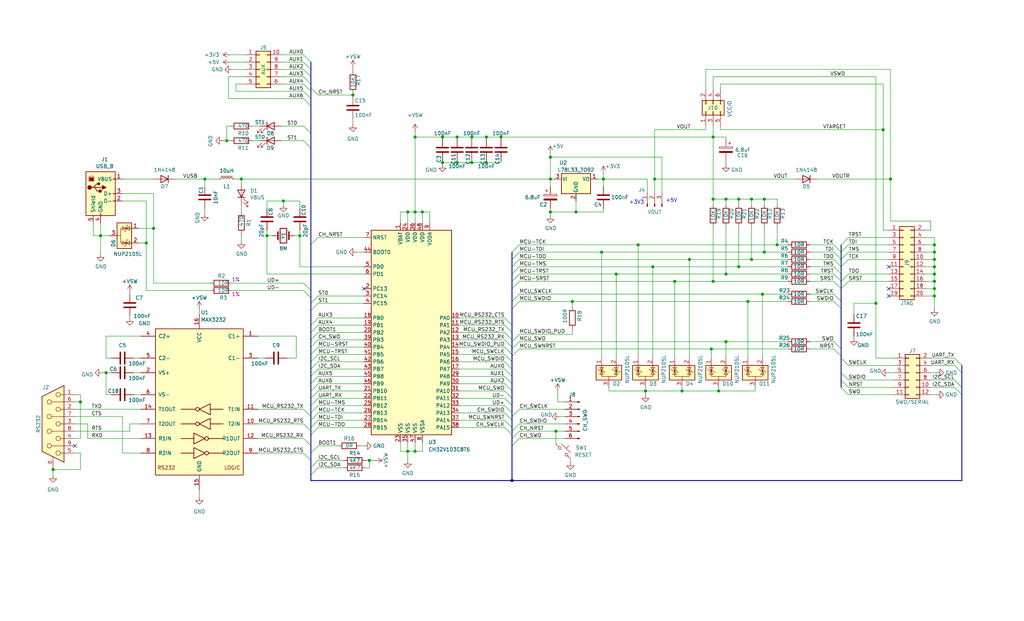
<source format=kicad_sch>
(kicad_sch (version 20220404) (generator eeschema)
  (paper "USLegal")
  (title_block (title "Bug-O-Matic  - JTAG / SWD / UART / I2S / GPIO") (date "2022-07-28") (rev "A") (company "(C) 2022 Mike Sharkey - mike@8bitgeek.net") (comment 1 "Open Hardware / Creative Commons License") (comment 2 "https://github.com/8bitgeek/bug-o-matic"))
  (junction (at 144.145 156.845))
  (junction (at 18.415 163.195))
  (junction (at 304.165 105.41))
  (junction (at 173.99 47.625))
  (junction (at 158.75 47.625))
  (junction (at 193.04 149.86))
  (junction (at 50.8 84.455))
  (junction (at 247.015 121.285))
  (junction (at 259.715 104.775))
  (junction (at 153.67 47.625))
  (junction (at 247.65 97.79))
  (junction (at 209.55 62.23))
  (junction (at 252.095 118.745))
  (junction (at 198.755 104.775))
  (junction (at 78.74 48.895))
  (junction (at 122.555 33.02))
  (junction (at 153.67 56.515))
  (junction (at 324.485 102.87))
  (junction (at 306.705 45.085))
  (junction (at 249.555 135.89))
  (junction (at 144.145 73.66))
  (junction (at 309.245 62.23))
  (junction (at 158.75 56.515))
  (junction (at 239.395 90.17))
  (junction (at 256.54 92.71))
  (junction (at 141.605 73.66))
  (junction (at 324.485 100.33))
  (junction (at 269.875 85.09))
  (junction (at 213.995 95.25))
  (junction (at 191.135 62.23))
  (junction (at 221.615 85.09))
  (junction (at 168.91 47.625))
  (junction (at 324.485 92.71))
  (junction (at 227.33 62.23))
  (junction (at 168.91 56.515))
  (junction (at 27.94 139.7))
  (junction (at 141.605 156.845))
  (junction (at 200.025 73.66))
  (junction (at 265.43 69.215))
  (junction (at 226.695 92.71))
  (junction (at 163.83 56.515))
  (junction (at 163.83 47.625))
  (junction (at 92.71 81.915))
  (junction (at 191.135 73.66))
  (junction (at 252.095 95.25))
  (junction (at 324.485 97.79))
  (junction (at 177.8 167.005))
  (junction (at 104.14 81.915))
  (junction (at 324.485 87.63))
  (junction (at 260.985 69.215))
  (junction (at 36.83 129.54))
  (junction (at 191.135 54.61))
  (junction (at 324.485 95.25))
  (junction (at 252.095 69.215))
  (junction (at 146.685 73.66))
  (junction (at 128.27 160.02))
  (junction (at 324.485 85.09))
  (junction (at 224.155 135.89))
  (junction (at 256.54 69.215))
  (junction (at 247.65 47.625))
  (junction (at 234.315 97.79))
  (junction (at 53.34 79.375))
  (junction (at 34.925 81.915))
  (junction (at 265.43 87.63))
  (junction (at 247.65 69.215))
  (junction (at 71.12 62.23))
  (junction (at 98.425 69.85))
  (junction (at 208.915 87.63))
  (junction (at 236.855 135.89))
  (junction (at 83.82 62.23))
  (junction (at 260.985 90.17))
  (junction (at 264.795 102.235))
  (junction (at 324.485 90.17))
  (junction (at 144.145 47.625))
  (no_connect (at 26.035 154.94))
  (no_connect (at 126.365 100.33))
  (no_connect (at 308.61 102.87))
  (no_connect (at 308.61 92.71))
  (no_connect (at 308.61 100.33))
  (bus_entry (at 110.49 110.49) (size -2.54 2.54))
  (bus_entry (at 105.41 34.29) (size 2.54 2.54))
  (bus_entry (at 175.26 133.35) (size 2.54 2.54))
  (bus_entry (at 110.49 148.59) (size -2.54 2.54))
  (bus_entry (at 180.34 95.25) (size -2.54 2.54))
  (bus_entry (at 331.47 134.62) (size 2.54 2.54))
  (bus_entry (at 105.41 98.425) (size 2.54 2.54))
  (bus_entry (at 105.41 43.815) (size 2.54 2.54))
  (bus_entry (at 105.41 48.895) (size 2.54 2.54))
  (bus_entry (at 331.47 124.46) (size 2.54 2.54))
  (bus_entry (at 110.49 82.55) (size -2.54 2.54))
  (bus_entry (at 105.41 21.59) (size 2.54 2.54))
  (bus_entry (at 180.34 85.09) (size -2.54 2.54))
  (bus_entry (at 180.34 152.4) (size -2.54 2.54))
  (bus_entry (at 110.49 162.56) (size -2.54 2.54))
  (bus_entry (at 110.49 105.41) (size -2.54 2.54))
  (bus_entry (at 180.34 87.63) (size -2.54 2.54))
  (bus_entry (at 110.49 128.27) (size -2.54 2.54))
  (bus_entry (at 110.49 120.65) (size -2.54 2.54))
  (bus_entry (at 110.49 130.81) (size -2.54 2.54))
  (bus_entry (at 175.26 110.49) (size 2.54 2.54))
  (bus_entry (at 110.49 138.43) (size -2.54 2.54))
  (bus_entry (at 175.26 143.51) (size 2.54 2.54))
  (bus_entry (at 175.26 140.97) (size 2.54 2.54))
  (bus_entry (at 180.34 92.71) (size -2.54 2.54))
  (bus_entry (at 105.41 142.24) (size 2.54 2.54))
  (bus_entry (at 110.49 154.94) (size -2.54 2.54))
  (bus_entry (at 180.34 121.285) (size -2.54 2.54))
  (bus_entry (at 110.49 102.87) (size -2.54 2.54))
  (bus_entry (at 105.41 19.05) (size 2.54 2.54))
  (bus_entry (at 180.34 102.235) (size -2.54 2.54))
  (bus_entry (at 175.26 128.27) (size 2.54 2.54))
  (bus_entry (at 110.49 140.97) (size -2.54 2.54))
  (bus_entry (at 110.49 146.05) (size -2.54 2.54))
  (bus_entry (at 105.41 31.75) (size 2.54 2.54))
  (bus_entry (at 110.49 143.51) (size -2.54 2.54))
  (bus_entry (at 175.26 146.05) (size 2.54 2.54))
  (bus_entry (at 105.41 29.21) (size 2.54 2.54))
  (bus_entry (at 105.41 147.32) (size 2.54 2.54))
  (bus_entry (at 331.47 132.08) (size 2.54 2.54))
  (bus_entry (at 180.34 118.745) (size -2.54 2.54))
  (bus_entry (at 110.49 113.03) (size -2.54 2.54))
  (bus_entry (at 110.49 133.35) (size -2.54 2.54))
  (bus_entry (at 175.26 135.89) (size 2.54 2.54))
  (bus_entry (at 289.56 102.235) (size 2.54 2.54))
  (bus_entry (at 110.49 115.57) (size -2.54 2.54))
  (bus_entry (at 175.26 113.03) (size 2.54 2.54))
  (bus_entry (at 105.41 152.4) (size 2.54 2.54))
  (bus_entry (at 294.64 132.08) (size -2.54 -2.54))
  (bus_entry (at 107.95 30.48) (size 2.54 2.54))
  (bus_entry (at 105.41 26.67) (size 2.54 2.54))
  (bus_entry (at 175.26 130.81) (size 2.54 2.54))
  (bus_entry (at 110.49 123.19) (size -2.54 2.54))
  (bus_entry (at 294.64 127) (size -2.54 -2.54))
  (bus_entry (at 105.41 100.965) (size 2.54 2.54))
  (bus_entry (at 292.1 87.63) (size 2.54 -2.54))
  (bus_entry (at 292.1 92.71) (size 2.54 -2.54))
  (bus_entry (at 289.56 95.25) (size 2.54 2.54))
  (bus_entry (at 292.1 100.33) (size 2.54 -2.54))
  (bus_entry (at 289.56 97.79) (size 2.54 2.54))
  (bus_entry (at 289.56 85.09) (size 2.54 2.54))
  (bus_entry (at 289.56 87.63) (size 2.54 2.54))
  (bus_entry (at 292.1 85.09) (size 2.54 -2.54))
  (bus_entry (at 292.1 90.17) (size 2.54 -2.54))
  (bus_entry (at 289.56 90.17) (size 2.54 2.54))
  (bus_entry (at 292.1 97.79) (size 2.54 -2.54))
  (bus_entry (at 289.56 92.71) (size 2.54 2.54))
  (bus_entry (at 105.41 24.13) (size 2.54 2.54))
  (bus_entry (at 175.26 115.57) (size 2.54 2.54))
  (bus_entry (at 175.26 138.43) (size 2.54 2.54))
  (bus_entry (at 175.26 120.65) (size 2.54 2.54))
  (bus_entry (at 331.47 127) (size 2.54 2.54))
  (bus_entry (at 180.34 97.79) (size -2.54 2.54))
  (bus_entry (at 175.26 123.19) (size 2.54 2.54))
  (bus_entry (at 180.34 90.17) (size -2.54 2.54))
  (bus_entry (at 110.49 118.11) (size -2.54 2.54))
  (bus_entry (at 180.34 104.775) (size -2.54 2.54))
  (bus_entry (at 180.34 142.24) (size -2.54 2.54))
  (bus_entry (at 110.49 160.02) (size -2.54 2.54))
  (bus_entry (at 105.41 157.48) (size 2.54 2.54))
  (bus_entry (at 175.26 118.11) (size 2.54 2.54))
  (bus_entry (at 180.34 147.32) (size -2.54 2.54))
  (bus_entry (at 294.64 134.62) (size -2.54 -2.54))
  (bus_entry (at 180.34 116.205) (size -2.54 2.54))
  (bus_entry (at 180.34 149.86) (size -2.54 2.54))
  (bus_entry (at 289.56 104.775) (size 2.54 2.54))
  (bus_entry (at 110.49 135.89) (size -2.54 2.54))
  (bus_entry (at 289.56 118.745) (size 2.54 2.54))
  (bus_entry (at 294.64 137.16) (size -2.54 -2.54))
  (bus_entry (at 289.56 121.285) (size 2.54 2.54))
  (bus_entry (at 110.49 125.73) (size -2.54 2.54))
  (bus_entry (at 175.26 125.73) (size 2.54 2.54))
  (bus_entry (at 175.26 148.59) (size 2.54 2.54))
  (wire (pts (xy 321.31 95.25) (xy 324.485 95.25)))
  (bus (pts (xy 107.95 125.73) (xy 107.95 128.27)))
  (bus (pts (xy 292.1 104.775) (xy 292.1 107.315)))
  (wire (pts (xy 78.74 48.895) (xy 77.47 48.895)))
  (wire (pts (xy 249.555 135.89) (xy 249.555 134.62)))
  (wire (pts (xy 324.485 85.09) (xy 324.485 87.63)))
  (wire (pts (xy 180.34 97.79) (xy 234.315 97.79)))
  (bus (pts (xy 177.8 144.78) (xy 177.8 146.05)))
  (wire (pts (xy 226.695 92.71) (xy 226.695 124.46)))
  (wire (pts (xy 110.49 102.87) (xy 126.365 102.87)))
  (wire (pts (xy 83.82 62.23) (xy 191.135 62.23)))
  (bus (pts (xy 177.8 151.13) (xy 177.8 152.4)))
  (wire (pts (xy 53.34 67.31) (xy 42.545 67.31)))
  (wire (pts (xy 110.49 123.19) (xy 126.365 123.19)))
  (wire (pts (xy 256.54 92.71) (xy 273.685 92.71)))
  (wire (pts (xy 265.43 78.74) (xy 265.43 87.63)))
  (wire (pts (xy 252.095 55.88) (xy 252.095 57.15)))
  (bus (pts (xy 107.95 133.35) (xy 107.95 135.89)))
  (wire (pts (xy 175.26 118.11) (xy 159.385 118.11)))
  (wire (pts (xy 123.825 87.63) (xy 126.365 87.63)))
  (wire (pts (xy 48.26 84.455) (xy 50.8 84.455)))
  (bus (pts (xy 107.95 107.95) (xy 107.95 113.03)))
  (wire (pts (xy 126.365 95.25) (xy 92.71 95.25)))
  (wire (pts (xy 105.41 147.32) (xy 89.535 147.32)))
  (wire (pts (xy 18.415 162.56) (xy 18.415 163.195)))
  (wire (pts (xy 224.155 135.89) (xy 224.155 137.16)))
  (wire (pts (xy 144.145 156.845) (xy 144.145 153.67)))
  (wire (pts (xy 163.83 47.625) (xy 163.83 48.26)))
  (wire (pts (xy 191.135 73.66) (xy 200.025 73.66)))
  (wire (pts (xy 48.26 79.375) (xy 53.34 79.375)))
  (wire (pts (xy 252.095 48.26) (xy 252.095 47.625)))
  (wire (pts (xy 99.695 124.46) (xy 102.87 124.46)))
  (wire (pts (xy 281.305 102.235) (xy 289.56 102.235)))
  (wire (pts (xy 209.55 62.23) (xy 209.55 64.77)))
  (wire (pts (xy 60.96 62.23) (xy 71.12 62.23)))
  (wire (pts (xy 256.54 69.215) (xy 256.54 71.12)))
  (wire (pts (xy 141.605 156.845) (xy 141.605 160.02)))
  (wire (pts (xy 310.515 127) (xy 294.64 127)))
  (wire (pts (xy 42.545 157.48) (xy 42.545 144.78)))
  (wire (pts (xy 200.025 69.85) (xy 200.025 73.66)))
  (wire (pts (xy 89.535 124.46) (xy 92.075 124.46)))
  (bus (pts (xy 292.1 107.315) (xy 292.1 121.285)))
  (wire (pts (xy 175.26 138.43) (xy 159.385 138.43)))
  (wire (pts (xy 80.01 43.815) (xy 78.74 43.815)))
  (wire (pts (xy 30.48 152.4) (xy 30.48 147.32)))
  (wire (pts (xy 252.095 47.625) (xy 247.65 47.625)))
  (wire (pts (xy 321.31 87.63) (xy 324.485 87.63)))
  (wire (pts (xy 46.355 137.16) (xy 48.895 137.16)))
  (wire (pts (xy 105.41 152.4) (xy 89.535 152.4)))
  (wire (pts (xy 27.94 152.4) (xy 26.035 152.4)))
  (wire (pts (xy 256.54 69.215) (xy 252.095 69.215)))
  (bus (pts (xy 107.95 36.83) (xy 107.95 46.355)))
  (wire (pts (xy 209.55 72.39) (xy 209.55 73.66)))
  (wire (pts (xy 71.12 62.23) (xy 71.12 64.77)))
  (wire (pts (xy 200.025 73.66) (xy 209.55 73.66)))
  (wire (pts (xy 104.14 80.01) (xy 104.14 81.915)))
  (wire (pts (xy 128.27 160.02) (xy 128.27 162.56)))
  (wire (pts (xy 264.795 102.235) (xy 273.685 102.235)))
  (wire (pts (xy 252.095 118.745) (xy 273.685 118.745)))
  (wire (pts (xy 26.035 157.48) (xy 27.94 157.48)))
  (wire (pts (xy 80.01 21.59) (xy 85.09 21.59)))
  (wire (pts (xy 146.685 156.845) (xy 146.685 153.67)))
  (wire (pts (xy 321.31 97.79) (xy 324.485 97.79)))
  (wire (pts (xy 80.01 19.05) (xy 85.09 19.05)))
  (wire (pts (xy 250.19 43.815) (xy 250.19 45.085)))
  (wire (pts (xy 128.27 160.02) (xy 127 160.02)))
  (wire (pts (xy 323.215 76.835) (xy 323.215 80.01)))
  (wire (pts (xy 97.79 48.895) (xy 105.41 48.895)))
  (wire (pts (xy 324.485 82.55) (xy 324.485 85.09)))
  (wire (pts (xy 252.095 78.74) (xy 252.095 95.25)))
  (wire (pts (xy 159.385 123.19) (xy 175.26 123.19)))
  (bus (pts (xy 177.8 133.35) (xy 177.8 135.89)))
  (bus (pts (xy 292.1 97.79) (xy 292.1 100.33)))
  (wire (pts (xy 323.215 129.54) (xy 325.12 129.54)))
  (wire (pts (xy 229.87 54.61) (xy 229.87 66.675)))
  (wire (pts (xy 321.31 100.33) (xy 324.485 100.33)))
  (wire (pts (xy 304.165 26.67) (xy 304.165 105.41)))
  (wire (pts (xy 110.49 135.89) (xy 126.365 135.89)))
  (wire (pts (xy 36.83 137.16) (xy 38.735 137.16)))
  (wire (pts (xy 281.305 85.09) (xy 289.56 85.09)))
  (wire (pts (xy 139.065 156.845) (xy 141.605 156.845)))
  (bus (pts (xy 177.8 115.57) (xy 177.8 118.11)))
  (wire (pts (xy 46.355 124.46) (xy 48.895 124.46)))
  (wire (pts (xy 168.91 56.515) (xy 173.99 56.515)))
  (wire (pts (xy 324.485 95.25) (xy 324.485 97.79)))
  (wire (pts (xy 168.91 47.625) (xy 168.91 48.26)))
  (wire (pts (xy 26.035 149.86) (xy 45.085 149.86)))
  (bus (pts (xy 177.8 123.19) (xy 177.8 123.825)))
  (wire (pts (xy 144.145 45.72) (xy 144.145 47.625)))
  (wire (pts (xy 79.375 26.67) (xy 85.09 26.67)))
  (wire (pts (xy 180.34 95.25) (xy 213.995 95.25)))
  (bus (pts (xy 177.8 97.79) (xy 177.8 100.33)))
  (wire (pts (xy 247.65 97.79) (xy 273.685 97.79)))
  (wire (pts (xy 153.67 56.515) (xy 158.75 56.515)))
  (bus (pts (xy 107.95 46.355) (xy 107.95 51.435)))
  (wire (pts (xy 309.245 76.835) (xy 323.215 76.835)))
  (wire (pts (xy 308.61 90.17) (xy 294.64 90.17)))
  (wire (pts (xy 309.245 62.23) (xy 309.245 76.835)))
  (wire (pts (xy 158.75 55.88) (xy 158.75 56.515)))
  (wire (pts (xy 191.135 54.61) (xy 191.135 62.23)))
  (wire (pts (xy 32.385 77.47) (xy 32.385 81.915)))
  (wire (pts (xy 294.64 132.08) (xy 310.515 132.08)))
  (bus (pts (xy 107.95 34.29) (xy 107.95 36.83)))
  (wire (pts (xy 34.925 77.47) (xy 34.925 81.915)))
  (wire (pts (xy 260.985 69.215) (xy 256.54 69.215)))
  (wire (pts (xy 53.34 67.31) (xy 53.34 79.375)))
  (wire (pts (xy 159.385 125.73) (xy 175.26 125.73)))
  (wire (pts (xy 224.155 135.89) (xy 236.855 135.89)))
  (wire (pts (xy 324.485 102.87) (xy 324.485 107.315)))
  (wire (pts (xy 110.49 148.59) (xy 126.365 148.59)))
  (bus (pts (xy 292.1 85.09) (xy 292.1 87.63)))
  (wire (pts (xy 92.71 72.39) (xy 92.71 69.85)))
  (wire (pts (xy 308.61 129.54) (xy 310.515 129.54)))
  (bus (pts (xy 334.01 167.005) (xy 177.8 167.005)))
  (wire (pts (xy 198.12 159.385) (xy 198.12 160.655)))
  (bus (pts (xy 107.95 29.21) (xy 107.95 30.48)))
  (bus (pts (xy 107.95 128.27) (xy 107.95 130.81)))
  (bus (pts (xy 107.95 143.51) (xy 107.95 144.78)))
  (wire (pts (xy 27.94 139.7) (xy 27.94 137.16)))
  (wire (pts (xy 69.215 170.18) (xy 69.215 172.72)))
  (wire (pts (xy 97.79 43.815) (xy 105.41 43.815)))
  (wire (pts (xy 321.31 85.09) (xy 324.485 85.09)))
  (bus (pts (xy 107.95 167.005) (xy 107.95 165.1)))
  (wire (pts (xy 227.33 62.23) (xy 276.225 62.23)))
  (wire (pts (xy 296.545 105.41) (xy 296.545 109.22)))
  (wire (pts (xy 191.135 62.23) (xy 192.405 62.23)))
  (wire (pts (xy 331.47 132.08) (xy 323.215 132.08)))
  (wire (pts (xy 294.64 82.55) (xy 308.61 82.55)))
  (wire (pts (xy 42.545 144.78) (xy 26.035 144.78)))
  (wire (pts (xy 144.145 73.66) (xy 144.145 77.47)))
  (wire (pts (xy 80.01 48.895) (xy 78.74 48.895)))
  (wire (pts (xy 226.695 92.71) (xy 256.54 92.71)))
  (wire (pts (xy 247.65 26.67) (xy 247.65 31.115)))
  (wire (pts (xy 79.375 34.29) (xy 79.375 26.67)))
  (wire (pts (xy 141.605 73.66) (xy 139.065 73.66)))
  (wire (pts (xy 247.65 47.625) (xy 247.65 69.215)))
  (wire (pts (xy 125.095 154.94) (xy 126.365 154.94)))
  (bus (pts (xy 107.95 100.965) (xy 107.95 103.505)))
  (wire (pts (xy 110.49 115.57) (xy 126.365 115.57)))
  (wire (pts (xy 78.74 43.815) (xy 78.74 48.895)))
  (wire (pts (xy 309.245 62.23) (xy 309.245 24.13)))
  (wire (pts (xy 81.915 31.75) (xy 81.915 29.21)))
  (wire (pts (xy 122.555 41.275) (xy 122.555 43.18)))
  (wire (pts (xy 141.605 156.845) (xy 141.605 153.67)))
  (wire (pts (xy 42.545 62.23) (xy 53.34 62.23)))
  (wire (pts (xy 144.145 47.625) (xy 144.145 73.66)))
  (wire (pts (xy 45.085 109.855) (xy 45.085 110.49)))
  (wire (pts (xy 321.31 92.71) (xy 324.485 92.71)))
  (wire (pts (xy 259.715 104.775) (xy 259.715 124.46)))
  (bus (pts (xy 177.8 113.03) (xy 177.8 115.57)))
  (wire (pts (xy 144.145 156.845) (xy 146.685 156.845)))
  (wire (pts (xy 264.795 102.235) (xy 264.795 124.46)))
  (wire (pts (xy 27.94 139.7) (xy 27.94 152.4)))
  (wire (pts (xy 97.79 21.59) (xy 105.41 21.59)))
  (wire (pts (xy 159.385 135.89) (xy 175.26 135.89)))
  (wire (pts (xy 294.64 134.62) (xy 310.515 134.62)))
  (wire (pts (xy 45.085 149.86) (xy 45.085 147.32)))
  (wire (pts (xy 321.31 90.17) (xy 324.485 90.17)))
  (wire (pts (xy 158.75 56.515) (xy 163.83 56.515)))
  (bus (pts (xy 107.95 149.86) (xy 107.95 151.13)))
  (wire (pts (xy 153.67 47.625) (xy 158.75 47.625)))
  (wire (pts (xy 98.425 69.85) (xy 98.425 71.12)))
  (wire (pts (xy 281.305 118.745) (xy 289.56 118.745)))
  (wire (pts (xy 180.34 90.17) (xy 239.395 90.17)))
  (bus (pts (xy 107.95 162.56) (xy 107.95 165.1)))
  (wire (pts (xy 296.545 116.84) (xy 296.545 117.475)))
  (wire (pts (xy 38.735 124.46) (xy 36.83 124.46)))
  (wire (pts (xy 92.71 69.85) (xy 98.425 69.85)))
  (wire (pts (xy 324.485 90.17) (xy 324.485 92.71)))
  (wire (pts (xy 211.455 135.89) (xy 224.155 135.89)))
  (wire (pts (xy 110.49 146.05) (xy 126.365 146.05)))
  (wire (pts (xy 80.645 100.965) (xy 105.41 100.965)))
  (wire (pts (xy 283.845 62.23) (xy 309.245 62.23)))
  (wire (pts (xy 281.305 121.285) (xy 289.56 121.285)))
  (bus (pts (xy 177.8 100.33) (xy 177.8 104.775)))
  (wire (pts (xy 245.11 43.815) (xy 245.11 45.085)))
  (bus (pts (xy 107.95 146.05) (xy 107.95 148.59)))
  (wire (pts (xy 163.83 55.88) (xy 163.83 56.515)))
  (wire (pts (xy 239.395 90.17) (xy 260.985 90.17)))
  (wire (pts (xy 281.305 87.63) (xy 289.56 87.63)))
  (wire (pts (xy 260.985 90.17) (xy 273.685 90.17)))
  (wire (pts (xy 110.49 138.43) (xy 126.365 138.43)))
  (wire (pts (xy 26.035 139.7) (xy 27.94 139.7)))
  (bus (pts (xy 292.1 132.08) (xy 292.1 134.62)))
  (wire (pts (xy 139.065 73.66) (xy 139.065 77.47)))
  (bus (pts (xy 177.8 118.745) (xy 177.8 120.65)))
  (wire (pts (xy 221.615 85.09) (xy 221.615 124.46)))
  (bus (pts (xy 292.1 90.17) (xy 292.1 92.71)))
  (wire (pts (xy 146.685 73.66) (xy 144.145 73.66)))
  (wire (pts (xy 191.135 64.77) (xy 191.135 62.23)))
  (wire (pts (xy 269.875 78.74) (xy 269.875 85.09)))
  (wire (pts (xy 149.225 77.47) (xy 149.225 73.66)))
  (wire (pts (xy 180.34 104.775) (xy 198.755 104.775)))
  (wire (pts (xy 50.8 69.85) (xy 42.545 69.85)))
  (bus (pts (xy 107.95 51.435) (xy 107.95 85.09)))
  (wire (pts (xy 158.75 47.625) (xy 158.75 48.26)))
  (wire (pts (xy 245.11 24.13) (xy 245.11 31.115)))
  (wire (pts (xy 104.14 81.915) (xy 102.235 81.915)))
  (wire (pts (xy 180.34 92.71) (xy 226.695 92.71)))
  (wire (pts (xy 175.26 115.57) (xy 159.385 115.57)))
  (wire (pts (xy 102.87 116.84) (xy 89.535 116.84)))
  (wire (pts (xy 110.49 120.65) (xy 126.365 120.65)))
  (wire (pts (xy 234.315 97.79) (xy 234.315 124.46)))
  (bus (pts (xy 177.8 152.4) (xy 177.8 154.94)))
  (wire (pts (xy 105.41 142.24) (xy 89.535 142.24)))
  (wire (pts (xy 163.83 47.625) (xy 168.91 47.625)))
  (bus (pts (xy 107.95 157.48) (xy 107.95 154.94)))
  (wire (pts (xy 45.085 147.32) (xy 48.895 147.32)))
  (wire (pts (xy 193.675 139.7) (xy 193.675 135.89)))
  (wire (pts (xy 321.31 102.87) (xy 324.485 102.87)))
  (wire (pts (xy 224.79 62.23) (xy 209.55 62.23)))
  (wire (pts (xy 191.135 53.34) (xy 191.135 54.61)))
  (bus (pts (xy 177.8 149.86) (xy 177.8 151.13)))
  (bus (pts (xy 107.95 140.97) (xy 107.95 143.51)))
  (wire (pts (xy 27.94 137.16) (xy 26.035 137.16)))
  (wire (pts (xy 110.49 33.02) (xy 122.555 33.02)))
  (bus (pts (xy 177.8 87.63) (xy 177.8 90.17)))
  (bus (pts (xy 107.95 154.94) (xy 107.95 151.13)))
  (wire (pts (xy 234.315 97.79) (xy 247.65 97.79)))
  (wire (pts (xy 146.685 73.66) (xy 146.685 77.47)))
  (wire (pts (xy 208.915 87.63) (xy 208.915 124.46)))
  (wire (pts (xy 110.49 82.55) (xy 126.365 82.55)))
  (wire (pts (xy 306.705 80.01) (xy 308.61 80.01)))
  (wire (pts (xy 269.875 71.12) (xy 269.875 69.215)))
  (bus (pts (xy 177.8 146.05) (xy 177.8 148.59)))
  (wire (pts (xy 81.28 62.23) (xy 83.82 62.23)))
  (bus (pts (xy 177.8 140.97) (xy 177.8 143.51)))
  (bus (pts (xy 177.8 120.65) (xy 177.8 121.285)))
  (wire (pts (xy 306.705 29.21) (xy 306.705 45.085)))
  (wire (pts (xy 105.41 157.48) (xy 89.535 157.48)))
  (wire (pts (xy 97.79 29.21) (xy 105.41 29.21)))
  (bus (pts (xy 177.8 121.285) (xy 177.8 123.19)))
  (wire (pts (xy 180.34 121.285) (xy 247.015 121.285)))
  (bus (pts (xy 292.1 123.825) (xy 292.1 124.46)))
  (wire (pts (xy 79.375 34.29) (xy 105.41 34.29)))
  (wire (pts (xy 256.54 78.74) (xy 256.54 92.71)))
  (bus (pts (xy 292.1 124.46) (xy 292.1 129.54)))
  (wire (pts (xy 191.135 72.39) (xy 191.135 73.66)))
  (bus (pts (xy 177.8 104.775) (xy 177.8 107.315)))
  (wire (pts (xy 269.875 69.215) (xy 265.43 69.215)))
  (wire (pts (xy 227.33 45.085) (xy 245.11 45.085)))
  (bus (pts (xy 177.8 125.73) (xy 177.8 128.27)))
  (wire (pts (xy 34.925 81.915) (xy 34.925 88.265)))
  (bus (pts (xy 292.1 129.54) (xy 292.1 132.08)))
  (bus (pts (xy 107.95 115.57) (xy 107.95 118.11)))
  (wire (pts (xy 250.19 29.21) (xy 306.705 29.21)))
  (wire (pts (xy 260.985 69.215) (xy 260.985 71.12)))
  (wire (pts (xy 26.035 142.24) (xy 48.895 142.24)))
  (wire (pts (xy 259.715 104.775) (xy 273.685 104.775)))
  (wire (pts (xy 168.91 47.625) (xy 173.99 47.625)))
  (wire (pts (xy 294.64 137.16) (xy 310.515 137.16)))
  (wire (pts (xy 159.385 133.35) (xy 175.26 133.35)))
  (wire (pts (xy 323.215 124.46) (xy 331.47 124.46)))
  (bus (pts (xy 107.95 30.48) (xy 107.95 31.75)))
  (wire (pts (xy 141.605 73.66) (xy 141.605 77.47)))
  (wire (pts (xy 281.305 90.17) (xy 289.56 90.17)))
  (bus (pts (xy 107.95 21.59) (xy 107.95 24.13)))
  (wire (pts (xy 207.645 62.23) (xy 209.55 62.23)))
  (wire (pts (xy 265.43 87.63) (xy 273.685 87.63)))
  (wire (pts (xy 221.615 85.09) (xy 269.875 85.09)))
  (wire (pts (xy 281.305 95.25) (xy 289.56 95.25)))
  (wire (pts (xy 18.415 163.195) (xy 18.415 165.1)))
  (wire (pts (xy 30.48 147.32) (xy 26.035 147.32)))
  (wire (pts (xy 250.19 45.085) (xy 306.705 45.085)))
  (wire (pts (xy 196.215 139.7) (xy 193.675 139.7)))
  (wire (pts (xy 304.165 105.41) (xy 304.165 124.46)))
  (wire (pts (xy 110.49 110.49) (xy 126.365 110.49)))
  (wire (pts (xy 229.87 54.61) (xy 191.135 54.61)))
  (bus (pts (xy 107.95 148.59) (xy 107.95 149.86)))
  (wire (pts (xy 36.83 116.84) (xy 48.895 116.84)))
  (wire (pts (xy 306.705 45.085) (xy 306.705 80.01)))
  (wire (pts (xy 110.49 154.94) (xy 117.475 154.94)))
  (wire (pts (xy 97.79 24.13) (xy 105.41 24.13)))
  (wire (pts (xy 76.2 62.23) (xy 71.12 62.23)))
  (bus (pts (xy 107.95 162.56) (xy 107.95 160.02)))
  (wire (pts (xy 247.65 78.74) (xy 247.65 97.79)))
  (bus (pts (xy 177.8 130.81) (xy 177.8 133.35)))
  (wire (pts (xy 158.75 47.625) (xy 163.83 47.625)))
  (wire (pts (xy 198.755 104.775) (xy 198.755 106.68)))
  (wire (pts (xy 252.095 95.25) (xy 273.685 95.25)))
  (wire (pts (xy 110.49 140.97) (xy 126.365 140.97)))
  (bus (pts (xy 177.8 135.89) (xy 177.8 138.43)))
  (bus (pts (xy 292.1 87.63) (xy 292.1 90.17)))
  (wire (pts (xy 81.915 31.75) (xy 105.41 31.75)))
  (bus (pts (xy 107.95 113.03) (xy 107.95 115.57)))
  (wire (pts (xy 50.8 100.965) (xy 73.025 100.965)))
  (bus (pts (xy 177.8 95.25) (xy 177.8 97.79)))
  (wire (pts (xy 325.12 137.16) (xy 323.215 137.16)))
  (bus (pts (xy 107.95 105.41) (xy 107.95 107.95)))
  (bus (pts (xy 292.1 92.71) (xy 292.1 95.25)))
  (wire (pts (xy 294.64 97.79) (xy 308.61 97.79)))
  (bus (pts (xy 177.8 107.315) (xy 177.8 113.03)))
  (wire (pts (xy 159.385 130.81) (xy 175.26 130.81)))
  (bus (pts (xy 177.8 123.825) (xy 177.8 125.73)))
  (wire (pts (xy 213.995 95.25) (xy 213.995 124.46)))
  (wire (pts (xy 247.015 121.285) (xy 247.015 124.46)))
  (wire (pts (xy 83.82 71.12) (xy 83.82 73.66)))
  (wire (pts (xy 45.085 101.6) (xy 45.085 102.235)))
  (wire (pts (xy 110.49 128.27) (xy 126.365 128.27)))
  (wire (pts (xy 130.175 160.02) (xy 128.27 160.02)))
  (bus (pts (xy 292.1 121.285) (xy 292.1 123.825)))
  (bus (pts (xy 334.01 134.62) (xy 334.01 137.16)))
  (wire (pts (xy 163.83 56.515) (xy 168.91 56.515)))
  (wire (pts (xy 321.31 82.55) (xy 324.485 82.55)))
  (wire (pts (xy 193.04 149.86) (xy 180.34 149.86)))
  (wire (pts (xy 247.015 121.285) (xy 273.685 121.285)))
  (bus (pts (xy 334.01 137.16) (xy 334.01 167.005)))
  (wire (pts (xy 180.34 102.235) (xy 264.795 102.235)))
  (wire (pts (xy 304.165 26.67) (xy 247.65 26.67)))
  (wire (pts (xy 180.34 87.63) (xy 208.915 87.63)))
  (bus (pts (xy 177.8 154.94) (xy 177.8 167.005)))
  (wire (pts (xy 122.555 32.385) (xy 122.555 33.02)))
  (bus (pts (xy 107.95 103.505) (xy 107.95 105.41)))
  (wire (pts (xy 153.67 48.26) (xy 153.67 47.625)))
  (bus (pts (xy 334.01 127) (xy 334.01 129.54)))
  (bus (pts (xy 177.8 148.59) (xy 177.8 149.86)))
  (wire (pts (xy 36.83 129.54) (xy 36.83 137.16)))
  (wire (pts (xy 168.91 55.88) (xy 168.91 56.515)))
  (wire (pts (xy 323.215 127) (xy 331.47 127)))
  (wire (pts (xy 211.455 134.62) (xy 211.455 135.89)))
  (wire (pts (xy 71.12 72.39) (xy 71.12 74.295)))
  (bus (pts (xy 177.8 138.43) (xy 177.8 140.97)))
  (wire (pts (xy 110.49 113.03) (xy 126.365 113.03)))
  (wire (pts (xy 48.895 152.4) (xy 30.48 152.4)))
  (wire (pts (xy 308.61 87.63) (xy 294.64 87.63)))
  (bus (pts (xy 334.01 129.54) (xy 334.01 134.62)))
  (wire (pts (xy 260.985 78.74) (xy 260.985 90.17)))
  (wire (pts (xy 48.895 157.48) (xy 42.545 157.48)))
  (wire (pts (xy 180.34 85.09) (xy 221.615 85.09)))
  (wire (pts (xy 50.8 84.455) (xy 50.8 100.965)))
  (wire (pts (xy 239.395 90.17) (xy 239.395 124.46)))
  (wire (pts (xy 324.485 97.79) (xy 324.485 100.33)))
  (wire (pts (xy 35.56 129.54) (xy 36.83 129.54)))
  (wire (pts (xy 27.94 157.48) (xy 27.94 163.195)))
  (wire (pts (xy 331.47 134.62) (xy 323.215 134.62)))
  (wire (pts (xy 198.755 104.775) (xy 259.715 104.775)))
  (wire (pts (xy 308.61 85.09) (xy 294.64 85.09)))
  (wire (pts (xy 32.385 81.915) (xy 34.925 81.915)))
  (wire (pts (xy 102.87 116.84) (xy 102.87 124.46)))
  (wire (pts (xy 324.485 100.33) (xy 324.485 102.87)))
  (wire (pts (xy 309.245 24.13) (xy 245.11 24.13)))
  (wire (pts (xy 149.225 73.66) (xy 146.685 73.66)))
  (wire (pts (xy 294.64 95.25) (xy 308.61 95.25)))
  (bus (pts (xy 107.95 138.43) (xy 107.95 140.97)))
  (wire (pts (xy 141.605 156.845) (xy 144.145 156.845)))
  (wire (pts (xy 224.79 66.675) (xy 224.79 62.23)))
  (wire (pts (xy 281.305 104.775) (xy 289.56 104.775)))
  (wire (pts (xy 281.305 97.79) (xy 289.56 97.79)))
  (wire (pts (xy 191.135 73.66) (xy 191.135 74.93)))
  (wire (pts (xy 173.99 47.625) (xy 173.99 48.26)))
  (wire (pts (xy 252.095 69.215) (xy 247.65 69.215)))
  (wire (pts (xy 193.04 149.86) (xy 193.04 154.305)))
  (wire (pts (xy 227.33 62.23) (xy 227.33 45.085)))
  (wire (pts (xy 126.365 118.11) (xy 110.49 118.11)))
  (wire (pts (xy 98.425 69.85) (xy 104.14 69.85)))
  (bus (pts (xy 107.95 130.81) (xy 107.95 133.35)))
  (wire (pts (xy 196.215 152.4) (xy 180.34 152.4)))
  (wire (pts (xy 269.875 85.09) (xy 273.685 85.09)))
  (wire (pts (xy 83.82 81.28) (xy 83.82 83.82)))
  (wire (pts (xy 310.515 124.46) (xy 304.165 124.46)))
  (wire (pts (xy 224.155 134.62) (xy 224.155 135.89)))
  (wire (pts (xy 50.8 69.85) (xy 50.8 84.455)))
  (wire (pts (xy 144.145 73.66) (xy 141.605 73.66)))
  (wire (pts (xy 97.79 26.67) (xy 105.41 26.67)))
  (wire (pts (xy 252.095 69.215) (xy 252.095 71.12)))
  (wire (pts (xy 213.995 95.25) (xy 252.095 95.25)))
  (bus (pts (xy 107.95 85.09) (xy 107.95 100.965)))
  (wire (pts (xy 173.99 56.515) (xy 173.99 55.88)))
  (bus (pts (xy 107.95 123.19) (xy 107.95 125.73)))
  (wire (pts (xy 175.26 113.03) (xy 159.385 113.03)))
  (wire (pts (xy 110.49 105.41) (xy 126.365 105.41)))
  (bus (pts (xy 107.95 160.02) (xy 107.95 157.48)))
  (bus (pts (xy 107.95 144.78) (xy 107.95 146.05)))
  (wire (pts (xy 159.385 148.59) (xy 175.26 148.59)))
  (wire (pts (xy 144.145 47.625) (xy 153.67 47.625)))
  (wire (pts (xy 80.645 98.425) (xy 105.41 98.425)))
  (wire (pts (xy 110.49 143.51) (xy 126.365 143.51)))
  (wire (pts (xy 80.645 24.13) (xy 85.09 24.13)))
  (wire (pts (xy 247.65 69.215) (xy 247.65 71.12)))
  (wire (pts (xy 53.34 79.375) (xy 53.34 98.425)))
  (wire (pts (xy 175.26 140.97) (xy 159.385 140.97)))
  (wire (pts (xy 92.71 95.25) (xy 92.71 81.915)))
  (wire (pts (xy 296.545 105.41) (xy 304.165 105.41)))
  (wire (pts (xy 323.215 80.01) (xy 321.31 80.01)))
  (wire (pts (xy 196.215 147.32) (xy 180.34 147.32)))
  (wire (pts (xy 139.065 153.67) (xy 139.065 156.845)))
  (bus (pts (xy 177.8 128.27) (xy 177.8 130.81)))
  (wire (pts (xy 196.215 142.24) (xy 180.34 142.24)))
  (wire (pts (xy 46.355 129.54) (xy 48.895 129.54)))
  (bus (pts (xy 107.95 135.89) (xy 107.95 138.43)))
  (wire (pts (xy 324.485 87.63) (xy 324.485 90.17)))
  (wire (pts (xy 126.365 92.71) (xy 104.14 92.71)))
  (wire (pts (xy 104.14 92.71) (xy 104.14 81.915)))
  (wire (pts (xy 252.095 118.745) (xy 252.095 124.46)))
  (bus (pts (xy 107.95 120.65) (xy 107.95 123.19)))
  (wire (pts (xy 281.305 92.71) (xy 289.56 92.71)))
  (wire (pts (xy 236.855 135.89) (xy 236.855 134.62)))
  (wire (pts (xy 34.925 81.915) (xy 38.1 81.915)))
  (wire (pts (xy 38.735 129.54) (xy 36.83 129.54)))
  (wire (pts (xy 194.31 144.78) (xy 196.215 144.78)))
  (bus (pts (xy 177.8 118.11) (xy 177.8 118.745)))
  (wire (pts (xy 324.485 92.71) (xy 324.485 95.25)))
  (wire (pts (xy 153.67 57.15) (xy 153.67 56.515)))
  (wire (pts (xy 110.49 162.56) (xy 119.38 162.56)))
  (bus (pts (xy 292.1 100.33) (xy 292.1 104.775)))
  (wire (pts (xy 236.855 135.89) (xy 249.555 135.89)))
  (wire (pts (xy 90.17 43.815) (xy 87.63 43.815)))
  (bus (pts (xy 177.8 92.71) (xy 177.8 95.25)))
  (wire (pts (xy 73.025 98.425) (xy 53.34 98.425)))
  (wire (pts (xy 180.34 118.745) (xy 252.095 118.745)))
  (wire (pts (xy 27.94 163.195) (xy 18.415 163.195)))
  (wire (pts (xy 180.34 116.205) (xy 198.755 116.205)))
  (wire (pts (xy 250.19 31.115) (xy 250.19 29.21)))
  (wire (pts (xy 97.79 19.05) (xy 105.41 19.05)))
  (wire (pts (xy 227.33 62.23) (xy 227.33 66.675)))
  (bus (pts (xy 107.95 118.11) (xy 107.95 120.65)))
  (wire (pts (xy 159.385 128.27) (xy 175.26 128.27)))
  (wire (pts (xy 83.82 62.23) (xy 83.82 63.5)))
  (wire (pts (xy 159.385 143.51) (xy 175.26 143.51)))
  (wire (pts (xy 153.67 56.515) (xy 153.67 55.88)))
  (wire (pts (xy 92.71 81.915) (xy 94.615 81.915)))
  (wire (pts (xy 90.17 48.895) (xy 87.63 48.895)))
  (wire (pts (xy 69.215 107.315) (xy 69.215 109.22)))
  (wire (pts (xy 81.915 29.21) (xy 85.09 29.21)))
  (bus (pts (xy 177.8 167.005) (xy 107.95 167.005)))
  (wire (pts (xy 128.27 162.56) (xy 127 162.56)))
  (wire (pts (xy 175.26 110.49) (xy 159.385 110.49)))
  (wire (pts (xy 110.49 130.81) (xy 126.365 130.81)))
  (wire (pts (xy 209.55 60.325) (xy 209.55 62.23)))
  (wire (pts (xy 110.49 133.35) (xy 126.365 133.35)))
  (wire (pts (xy 110.49 160.02) (xy 119.38 160.02)))
  (wire (pts (xy 122.555 33.02) (xy 122.555 33.655)))
  (wire (pts (xy 265.43 69.215) (xy 260.985 69.215)))
  (wire (pts (xy 249.555 135.89) (xy 262.255 135.89)))
  (wire (pts (xy 247.65 43.815) (xy 247.65 47.625)))
  (wire (pts (xy 262.255 135.89) (xy 262.255 134.62)))
  (wire (pts (xy 110.49 125.73) (xy 126.365 125.73)))
  (wire (pts (xy 36.83 124.46) (xy 36.83 116.84)))
  (wire (pts (xy 208.915 87.63) (xy 265.43 87.63)))
  (wire (pts (xy 265.43 69.215) (xy 265.43 71.12)))
  (wire (pts (xy 159.385 120.65) (xy 175.26 120.65)))
  (bus (pts (xy 292.1 95.25) (xy 292.1 97.79)))
  (wire (pts (xy 196.215 149.86) (xy 193.04 149.86)))
  (bus (pts (xy 107.95 24.13) (xy 107.95 26.67)))
  (wire (pts (xy 159.385 146.05) (xy 175.26 146.05)))
  (bus (pts (xy 177.8 90.17) (xy 177.8 92.71)))
  (bus (pts (xy 107.95 26.67) (xy 107.95 29.21)))
  (wire (pts (xy 122.555 23.495) (xy 122.555 24.765)))
  (wire (pts (xy 198.755 114.3) (xy 198.755 116.205)))
  (wire (pts (xy 92.71 80.01) (xy 92.71 81.915)))
  (bus (pts (xy 177.8 143.51) (xy 177.8 144.78)))
  (bus (pts (xy 107.95 31.75) (xy 107.95 34.29)))
  (wire (pts (xy 173.99 47.625) (xy 247.65 47.625)))
  (wire (pts (xy 104.14 69.85) (xy 104.14 72.39)))
  (text "+3V3" (at 218.44 71.12 0) (effects (font (size 1.27 1.27)) (justify left bottom)))
  (text "+5V" (at 231.14 70.485 0) (effects (font (size 1.27 1.27)) (justify left bottom)))
  (label "AUX1" (at 105.41 21.59 0))
  (label "SWO" (at 294.64 137.16 0))
  (label "UART_TX" (at 331.47 124.46 0))
  (label "SRST" (at 294.64 97.79 0))
  (label "AUX4" (at 110.49 113.03 0))
  (label "TCK" (at 294.64 90.17 0))
  (label "TMS" (at 294.64 87.63 0))
  (label "MCU_RS232_TX" (at 105.41 142.24 0))
  (label "CTS" (at 31.75 144.78 0))
  (label "CH_SWDIO" (at 175.26 143.51 0))
  (label "MCU_RS232_CTS" (at 175.26 110.49 0))
  (label "MCU_SWCLK" (at 175.26 123.19 0))
  (label "MCU-TCK" (at 110.49 143.51 0))
  (label "CH_SWCLK" (at 175.26 148.59 0))
  (label "VOUTR" (at 288.925 62.23 0))
  (label "UART_TX" (at 110.49 135.89 0))
  (label "MCU-TMS" (at 110.49 140.97 0))
  (label "TDO" (at 294.64 95.25 0))
  (label "I2C_SCL" (at 110.49 125.73 0))
  (label "AUX2" (at 175.26 133.35 0))
  (label "TXD" (at 31.75 142.24 0))
  (label "MCU-TCK" (at 180.34 85.09 0))
  (label "CH_SWO" (at 180.34 152.4 0))
  (label "AUX4" (at 105.41 29.21 0))
  (label "CH_NRST" (at 180.34 149.86 0))
  (label "VUSB" (at 63.5 62.23 0))
  (label "MCU-SRST" (at 180.34 97.79 0))
  (label "I2C_SCL" (at 331.47 132.08 0))
  (label "SWDIO" (at 289.56 104.775 0))
  (label "MCU-TRST" (at 110.49 123.19 0))
  (label "CH_SWCLK" (at 180.34 142.24 0))
  (label "MCU_RS232_RX" (at 175.26 118.11 0))
  (label "MCU_SWCLK" (at 180.34 102.235 0))
  (label "SWDIO" (at 294.64 132.08 0))
  (label "I2C_SDA" (at 110.49 162.56 0))
  (label "AUX6" (at 105.41 34.29 0))
  (label "TCK" (at 289.56 85.09 0))
  (label "BOOT1" (at 110.49 154.94 0))
  (label "CH_NRST" (at 110.49 82.55 0))
  (label "BOOT1" (at 110.49 115.57 0))
  (label "NRST" (at 294.64 134.62 0))
  (label "UART_RX" (at 331.47 127 0))
  (label "ST1" (at 99.695 48.895 0))
  (label "AUX1" (at 175.26 130.81 0))
  (label "AUX0" (at 175.26 128.27 0))
  (label "MCU_SWDIO_PUD" (at 180.34 116.205 0))
  (label "CH_SWO" (at 110.49 118.11 0))
  (label "CH_NRST" (at 110.49 33.02 0))
  (label "SWCLK" (at 294.64 127 0))
  (label "RTS" (at 31.75 149.86 0))
  (label "MCU_SWDIO_PUD" (at 175.26 120.65 0))
  (label "VTARGET" (at 285.75 45.085 0))
  (label "MCU-SRST" (at 110.49 120.65 0))
  (label "UD+" (at 92.71 98.425 0))
  (label "MCU-TDI" (at 110.49 146.05 0))
  (label "AUX6" (at 110.49 133.35 0))
  (label "UD-" (at 175.26 138.43 0))
  (label "MCU_SWO" (at 180.34 118.745 0))
  (label "I2C_SDA" (at 331.47 134.62 0))
  (label "TDI" (at 289.56 87.63 0))
  (label "I2C_SDA" (at 110.49 128.27 0))
  (label "MCU_SWNRST" (at 175.26 146.05 0))
  (label "MCU_RS232_RTS" (at 175.26 113.03 0))
  (label "MCU_RS232_RTS" (at 105.41 147.32 0))
  (label "NRST" (at 289.56 121.285 0))
  (label "TDO" (at 289.56 90.17 0))
  (label "ST1" (at 110.49 105.41 0))
  (label "VSWD" (at 288.29 26.67 0))
  (label "VOUT" (at 268.605 62.23 0))
  (label "AUX5" (at 110.49 130.81 0))
  (label "AUX3" (at 105.41 26.67 0))
  (label "MCU-TDO" (at 180.34 90.17 0))
  (label "MCU_RS232_CTS" (at 105.41 157.48 0))
  (label "MCU_RS232_TX" (at 175.26 115.57 0))
  (label "MCU-TDO" (at 110.49 148.59 0))
  (label "MCU-TMS" (at 180.34 92.71 0))
  (label "MCU_SWDIO" (at 180.34 104.775 0))
  (label "SRST" (at 289.56 97.79 0))
  (label "MCU_SWDIO" (at 175.26 125.73 0))
  (label "AUX3" (at 110.49 110.49 0))
  (label "ST0" (at 99.695 43.815 0))
  (label "SWO" (at 289.56 118.745 0))
  (label "UD-" (at 92.71 100.965 0))
  (label "TRST" (at 289.56 95.25 0))
  (label "VOUT" (at 234.95 45.085 0))
  (label "I2C_SCL" (at 110.49 160.02 0))
  (label "UD+" (at 175.26 140.97 0))
  (label "MCU_SWO" (at 175.26 135.89 0))
  (label "TMS" (at 289.56 92.71 0))
  (label "MCU_RS232_RX" (at 105.41 152.4 0))
  (label "TDI" (at 294.64 85.09 0))
  (label "RXD" (at 31.75 152.4 0))
  (label "AUX5" (at 105.41 31.75 0))
  (label "AUX2" (at 105.41 24.13 0))
  (label "UART_RX" (at 110.49 138.43 0))
  (label "CH_SWDIO" (at 180.34 147.32 0))
  (label "MCU-TDI" (at 180.34 87.63 0))
  (label "TRST" (at 294.64 82.55 0))
  (label "SWCLK" (at 289.56 102.235 0))
  (label "MCU_SWNRST" (at 180.34 121.285 0))
  (label "MCU-TRST" (at 180.34 95.25 0))
  (label "AUX0" (at 105.41 19.05 0))
  (label "ST0" (at 110.49 102.87 0))
  (symbol (lib_id "Power_Protection:NUP2105L") (at 224.155 129.54 0) (unit 1)
    (default_instance (reference "U") (unit 1) (value "") (footprint ""))
    (property "Reference" "D3" (at 225.425 133.35 0) (effects (justify left)))
    (property "Value" "NUP2105L" (at 230.505 133.35 90) (effects (justify left)))
    (property "Footprint" "Package_TO_SOT_SMD:SOT-23" (effects hide))
    (property "Datasheet" "http://www.onsemi.com/pub_link/Collateral/NUP2105L-D.PDF" (effects hide))
  )
  (symbol (lib_id "Connector_Specialized:USB_B") (at 34.925 67.31 0) (unit 1)
    (default_instance (reference "U") (unit 1) (value "") (footprint ""))
    (property "Reference" "J1" (at 36.3728 55.4482 0))
    (property "Value" "USB_B" (at 36.3728 57.7596 0))
    (property "Footprint" "Connector_USB:USB_Mini-B_Wuerth_65100516121_Horizontal" (effects hide))
  )
  (symbol (lib_id "Power_Protection:NUP2105L") (at 236.855 129.54 0) (unit 1)
    (default_instance (reference "U") (unit 1) (value "") (footprint ""))
    (property "Reference" "D4" (at 238.125 133.35 0) (effects (justify left)))
    (property "Value" "NUP2105L" (at 243.205 133.35 90) (effects (justify left)))
    (property "Footprint" "Package_TO_SOT_SMD:SOT-23" (effects hide))
    (property "Datasheet" "http://www.onsemi.com/pub_link/Collateral/NUP2105L-D.PDF" (effects hide))
  )
  (symbol (lib_id "power:GND") (at 224.155 137.16 0) (unit 1)
    (default_instance (reference "U") (unit 1) (value "") (footprint ""))
    (property "Reference" "#PWR08" (effects hide))
    (property "Value" "GND" (at 224.282 141.5542 0))
  )
  (symbol (lib_id "Device:LED") (at 83.82 67.31 90) (unit 1)
    (default_instance (reference "U") (unit 1) (value "") (footprint ""))
    (property "Reference" "D1" (at 86.8172 66.3194 90) (effects (justify right)))
    (property "Value" "VBUS" (at 86.8172 68.6308 90) (effects (justify right)))
    (property "Footprint" "LED_SMD:LED_0603_1608Metric" (effects hide))
  )
  (symbol (lib_id "Device:R") (at 83.82 77.47 0) (unit 1)
    (default_instance (reference "U") (unit 1) (value "") (footprint ""))
    (property "Reference" "R1" (at 86.36 78.74 90) (effects (justify left)))
    (property "Value" "470" (at 83.82 78.74 90) (effects (justify left)))
    (property "Footprint" "Resistor_SMD:R_0603_1608Metric" (effects hide))
  )
  (symbol (lib_id "power:GND") (at 83.82 83.82 0) (unit 1)
    (default_instance (reference "U") (unit 1) (value "") (footprint ""))
    (property "Reference" "#PWR05" (effects hide))
    (property "Value" "GND" (at 83.947 88.2142 0))
  )
  (symbol (lib_id "power:GND") (at 324.485 107.315 0) (unit 1)
    (default_instance (reference "U") (unit 1) (value "") (footprint ""))
    (property "Reference" "#PWR09" (effects hide))
    (property "Value" "GND" (at 324.612 111.7092 0))
  )
  (symbol (lib_id "power:GND") (at 34.925 88.265 0) (unit 1)
    (default_instance (reference "U") (unit 1) (value "") (footprint ""))
    (property "Reference" "#PWR01" (effects hide))
    (property "Value" "GND" (at 35.052 92.6592 0))
  )
  (symbol (lib_id "Device:L_Core_Ferrite_Small") (at 78.74 62.23 90) (unit 1)
    (default_instance (reference "U") (unit 1) (value "") (footprint ""))
    (property "Reference" "L1" (at 78.74 64.77 90))
    (property "Value" "10uH" (at 78.74 59.3344 90))
    (property "Footprint" "Inductor_SMD:L_0805_2012Metric" (effects hide))
  )
  (symbol (lib_id "Power_Protection:NUP2105L") (at 211.455 129.54 0) (unit 1)
    (default_instance (reference "U") (unit 1) (value "") (footprint ""))
    (property "Reference" "D2" (at 212.725 133.35 0) (effects (justify left)))
    (property "Value" "NUP2105L" (at 217.805 133.35 90) (effects (justify left)))
    (property "Footprint" "Package_TO_SOT_SMD:SOT-23" (effects hide))
    (property "Datasheet" "http://www.onsemi.com/pub_link/Collateral/NUP2105L-D.PDF" (effects hide))
  )
  (symbol (lib_id "Device:C") (at 71.12 68.58 0) (unit 1)
    (default_instance (reference "U") (unit 1) (value "") (footprint ""))
    (property "Reference" "C1" (at 69.85 66.04 90))
    (property "Value" "10nF" (at 74.93 68.58 90))
    (property "Footprint" "Capacitor_SMD:C_0603_1608Metric" (effects hide))
  )
  (symbol (lib_id "power:GND") (at 71.12 74.295 0) (unit 1)
    (default_instance (reference "U") (unit 1) (value "") (footprint ""))
    (property "Reference" "#PWR02" (effects hide))
    (property "Value" "GND" (at 68.58 73.66 90) (effects (justify right)))
  )
  (symbol (lib_id "Device:C") (at 153.67 52.07 0) (unit 1)
    (default_instance (reference "U") (unit 1) (value "") (footprint ""))
    (property "Reference" "C3" (at 152.4 55.245 90))
    (property "Value" "100nF" (at 153.67 46.355 0))
    (property "Footprint" "Capacitor_SMD:C_0603_1608Metric" (effects hide))
  )
  (symbol (lib_id "power:GND") (at 153.67 57.15 0) (unit 1)
    (default_instance (reference "U") (unit 1) (value "") (footprint ""))
    (property "Reference" "#PWR06" (effects hide))
    (property "Value" "GND" (at 151.765 59.055 0) (effects (justify right)))
  )
  (symbol (lib_id "Device:C") (at 209.55 68.58 0) (unit 1)
    (default_instance (reference "U") (unit 1) (value "") (footprint ""))
    (property "Reference" "C4" (at 207.645 71.12 0))
    (property "Value" "100nF" (at 215.265 68.58 0))
    (property "Footprint" "Capacitor_SMD:C_0603_1608Metric" (effects hide))
  )
  (symbol (lib_id "Device:CP") (at 191.135 68.58 0) (unit 1)
    (default_instance (reference "U") (unit 1) (value "") (footprint ""))
    (property "Reference" "C2" (at 187.325 71.12 0) (effects (justify left)))
    (property "Value" "6.8uF" (at 182.245 68.58 0) (effects (justify left)))
    (property "Footprint" "Capacitor_Tantalum_SMD:CP_EIA-3216-18_Kemet-A" (effects hide))
    (property "Volts" "16V" (effects hide))
  )
  (symbol (lib_id "power:GND") (at 191.135 74.93 0) (unit 1)
    (default_instance (reference "U") (unit 1) (value "") (footprint ""))
    (property "Reference" "#PWR03" (effects hide))
    (property "Value" "GND" (at 191.262 79.3242 0))
  )
  (symbol (lib_id "Device:R") (at 76.835 98.425 270) (unit 1)
    (default_instance (reference "U") (unit 1) (value "") (footprint ""))
    (property "Reference" "R2" (at 75.565 95.885 90) (effects (justify left)))
    (property "Value" "10R" (at 75.565 98.425 90) (effects (justify left)))
    (property "Footprint" "Resistor_SMD:R_0603_1608Metric" (effects hide))
    (property "Tolerance" "1%" (at 81.915 97.155 90))
  )
  (symbol (lib_id "Device:R") (at 76.835 100.965 270) (mirror x) (unit 1)
    (default_instance (reference "U") (unit 1) (value "") (footprint ""))
    (property "Reference" "R3" (at 76.2 103.505 90) (effects (justify left)))
    (property "Value" "10R" (at 75.565 100.965 90) (effects (justify left)))
    (property "Footprint" "Resistor_SMD:R_0603_1608Metric" (effects hide))
    (property "Tolerance" "1%" (at 81.915 102.235 90))
  )
  (symbol (lib_id "Device:R") (at 277.495 85.09 270) (unit 1)
    (default_instance (reference "U") (unit 1) (value "") (footprint ""))
    (property "Reference" "R4" (at 272.415 83.82 90))
    (property "Value" "10R" (at 277.495 85.09 90))
    (property "Footprint" "Resistor_SMD:R_0603_1608Metric" (effects hide))
  )
  (symbol (lib_id "Device:R") (at 277.495 90.17 270) (unit 1)
    (default_instance (reference "U") (unit 1) (value "") (footprint ""))
    (property "Reference" "R6" (at 272.415 88.9 90))
    (property "Value" "10R" (at 277.495 90.17 90))
    (property "Footprint" "Resistor_SMD:R_0603_1608Metric" (effects hide))
  )
  (symbol (lib_id "Device:R") (at 277.495 92.71 270) (unit 1)
    (default_instance (reference "U") (unit 1) (value "") (footprint ""))
    (property "Reference" "R7" (at 272.415 91.44 90))
    (property "Value" "10R" (at 277.495 92.71 90))
    (property "Footprint" "Resistor_SMD:R_0603_1608Metric" (effects hide))
  )
  (symbol (lib_id "Switch:SW_Push_45deg") (at 195.58 156.845 0) (unit 1)
    (default_instance (reference "SW") (unit 1) (value "SW_Push_45deg") (footprint ""))
    (property "Reference" "SW1" (at 201.93 155.575 0))
    (property "Value" "RESET" (at 202.565 158.115 0))
    (property "Footprint" "Button_Switch_SMD:SW_SPST_CK_RS282G05A3" (effects hide))
  )
  (symbol (lib_id "Connector_Generic:Conn_02x03_Odd_Even") (at 247.65 38.735 90) (unit 1)
    (default_instance (reference "J") (unit 1) (value "Conn_02x03_Odd_Even") (footprint ""))
    (property "Reference" "J10" (at 245.745 37.465 90) (effects (justify right)))
    (property "Value" "VCCIO" (at 253.365 34.925 0) (effects (justify right)))
    (property "Footprint" "Connector_PinHeader_2.54mm:PinHeader_2x03_P2.54mm_Horizontal" (effects hide))
  )
  (symbol (lib_id "Power_Protection:NUP2105L") (at 43.18 81.915 270) (unit 1)
    (default_instance (reference "U") (unit 1) (value "") (footprint ""))
    (property "Reference" "D6" (at 39.37 83.185 0) (effects (justify left)))
    (property "Value" "NUP2105L" (at 39.37 88.265 90) (effects (justify left)))
    (property "Footprint" "Package_TO_SOT_SMD:SOT-23" (effects hide))
    (property "Datasheet" "http://www.onsemi.com/pub_link/Collateral/NUP2105L-D.PDF" (effects hide))
  )
  (symbol (lib_id "power:GND") (at 77.47 48.895 270) (unit 1)
    (default_instance (reference "U") (unit 1) (value "") (footprint ""))
    (property "Reference" "#PWR0121" (effects hide))
    (property "Value" "GND" (at 73.0758 49.022 0))
  )
  (symbol (lib_id "Device:R") (at 83.82 48.895 270) (unit 1)
    (default_instance (reference "U") (unit 1) (value "") (footprint ""))
    (property "Reference" "R11" (at 82.55 51.435 90) (effects (justify left)))
    (property "Value" "470" (at 82.55 48.895 90) (effects (justify left)))
    (property "Footprint" "Resistor_SMD:R_0603_1608Metric" (effects hide))
  )
  (symbol (lib_id "Device:R") (at 277.495 97.79 270) (unit 1)
    (default_instance (reference "U") (unit 1) (value "") (footprint ""))
    (property "Reference" "R9" (at 272.415 96.52 90))
    (property "Value" "10R" (at 277.495 97.79 90))
    (property "Footprint" "Resistor_SMD:R_0603_1608Metric" (effects hide))
  )
  (symbol (lib_id "Device:CP") (at 252.095 52.07 0) (mirror y) (unit 1)
    (default_instance (reference "U") (unit 1) (value "") (footprint ""))
    (property "Reference" "C16" (at 255.905 53.975 0) (effects (justify right)))
    (property "Value" "6.8uF" (at 255.27 52.07 0) (effects (justify right)))
    (property "Footprint" "Capacitor_Tantalum_SMD:CP_EIA-3216-18_Kemet-A" (effects hide))
    (property "Volts" "16V" (effects hide))
  )
  (symbol (lib_id "Interface_UART:MAX3232") (at 69.215 139.7 0) (mirror y) (unit 1)
    (default_instance (reference "U") (unit 1) (value "") (footprint ""))
    (property "Reference" "U1" (at 69.7356 108.585 0) (effects (justify right)))
    (property "Value" "MAX3232" (at 69.7356 111.125 0) (effects (justify right)))
    (property "Footprint" "Package_SO:SOIC-16_3.9x9.9mm_P1.27mm" (effects hide))
    (property "Datasheet" "https://datasheets.maximintegrated.com/en/ds/MAX3222-MAX3241.pdf" (effects hide))
  )
  (symbol (lib_id "Device:LED") (at 93.98 43.815 0) (unit 1)
    (default_instance (reference "U") (unit 1) (value "") (footprint ""))
    (property "Reference" "D8" (at 95.25 46.355 0) (effects (justify right)))
    (property "Value" "ST1" (at 92.075 42.545 0) (effects (justify right)))
    (property "Footprint" "LED_SMD:LED_0603_1608Metric" (effects hide))
  )
  (symbol (lib_id "Device:D") (at 280.035 62.23 180) (unit 1)
    (default_instance (reference "U") (unit 1) (value "") (footprint ""))
    (property "Reference" "D5" (at 280.035 64.77 0))
    (property "Value" "1N4148" (at 280.035 59.055 0))
    (property "Footprint" "Diode_SMD:D_MiniMELF" (effects hide))
  )
  (symbol (lib_id "power:+VSW") (at 130.175 160.02 270) (mirror x) (unit 1)
    (default_instance (reference "U") (unit 1) (value "") (footprint ""))
    (property "Reference" "#PWR0102" (effects hide))
    (property "Value" "+VSW" (at 133.985 160.02 0))
  )
  (symbol (lib_id "power:GND") (at 198.12 160.655 0) (unit 1)
    (default_instance (reference "#PWR") (unit 1) (value "GND") (footprint ""))
    (property "Reference" "#PWR013" (effects hide))
    (property "Value" "GND" (at 198.12 165.1 0))
  )
  (symbol (lib_id "Device:R") (at 198.755 110.49 0) (unit 1)
    (default_instance (reference "U") (unit 1) (value "") (footprint ""))
    (property "Reference" "R18" (at 201.295 111.76 90) (effects (justify left)))
    (property "Value" "100R" (at 196.215 112.395 90) (effects (justify left)))
    (property "Footprint" "Resistor_SMD:R_0603_1608Metric" (effects hide))
  )
  (symbol (lib_id "Device:R") (at 265.43 74.93 0) (unit 1)
    (default_instance (reference "U") (unit 1) (value "") (footprint ""))
    (property "Reference" "R12" (at 267.335 76.2 90) (effects (justify left)))
    (property "Value" "10K" (at 265.43 76.835 90) (effects (justify left)))
    (property "Footprint" "Resistor_SMD:R_0603_1608Metric" (effects hide))
  )
  (symbol (lib_id "Device:C") (at 168.91 52.07 0) (unit 1)
    (default_instance (reference "U") (unit 1) (value "") (footprint ""))
    (property "Reference" "C13" (at 167.64 55.245 90))
    (property "Value" "100nF" (at 168.91 57.785 0))
    (property "Footprint" "Capacitor_SMD:C_0603_1608Metric" (effects hide))
  )
  (symbol (lib_id "power:GND") (at 126.365 154.94 90) (unit 1)
    (default_instance (reference "U") (unit 1) (value "") (footprint ""))
    (property "Reference" "#PWR010" (effects hide))
    (property "Value" "GND" (at 129.54 154.9399 90) (effects (justify right)))
  )
  (symbol (lib_id "power:GND") (at 141.605 160.02 0) (unit 1)
    (default_instance (reference "U") (unit 1) (value "") (footprint ""))
    (property "Reference" "#PWR07" (effects hide))
    (property "Value" "GND" (at 141.605 164.465 0))
  )
  (symbol (lib_id "Device:C") (at 42.545 124.46 90) (unit 1)
    (default_instance (reference "U") (unit 1) (value "") (footprint ""))
    (property "Reference" "C5" (at 42.545 120.015 90))
    (property "Value" "100nF" (at 47.625 126.365 90))
    (property "Footprint" "Capacitor_SMD:C_0603_1608Metric" (effects hide))
  )
  (symbol (lib_id "Device:C") (at 45.085 106.045 0) (unit 1)
    (default_instance (reference "U") (unit 1) (value "") (footprint ""))
    (property "Reference" "C7" (at 46.99 103.505 0) (effects (justify left)))
    (property "Value" "100nF" (at 46.355 109.855 0) (effects (justify left)))
    (property "Footprint" "Capacitor_SMD:C_0603_1608Metric" (effects hide))
  )
  (symbol (lib_id "power:+VSW") (at 193.675 135.89 0) (unit 1)
    (default_instance (reference "U") (unit 1) (value "") (footprint ""))
    (property "Reference" "#PWR0109" (effects hide))
    (property "Value" "+VSW" (at 193.675 132.08 0))
  )
  (symbol (lib_id "Device:R") (at 123.19 162.56 270) (unit 1)
    (default_instance (reference "U") (unit 1) (value "") (footprint ""))
    (property "Reference" "R15" (at 123.19 165.1 90))
    (property "Value" "4K7" (at 123.19 162.56 90))
    (property "Footprint" "Resistor_SMD:R_0603_1608Metric" (effects hide))
  )
  (symbol (lib_id "power:+VSW") (at 69.215 107.315 0) (unit 1)
    (default_instance (reference "U") (unit 1) (value "") (footprint ""))
    (property "Reference" "#PWR0124" (effects hide))
    (property "Value" "+VSW" (at 69.215 103.505 0))
  )
  (symbol (lib_id "Device:R") (at 277.495 87.63 270) (unit 1)
    (default_instance (reference "U") (unit 1) (value "") (footprint ""))
    (property "Reference" "R5" (at 272.415 86.36 90))
    (property "Value" "10R" (at 277.495 87.63 90))
    (property "Footprint" "Resistor_SMD:R_0603_1608Metric" (effects hide))
  )
  (symbol (lib_id "Connector:Conn_01x03_Male") (at 227.33 71.755 90) (unit 1)
    (default_instance (reference "U") (unit 1) (value "") (footprint ""))
    (property "Reference" "J4" (at 222.885 66.04 90))
    (property "Value" "VOUT" (at 227.33 73.66 90))
    (property "Footprint" "Connector_PinHeader_2.54mm:PinHeader_1x03_P2.54mm_Horizontal" (effects hide))
  )
  (symbol (lib_id "Device:D") (at 57.15 62.23 180) (unit 1)
    (default_instance (reference "U") (unit 1) (value "") (footprint ""))
    (property "Reference" "D7" (at 57.15 64.77 0))
    (property "Value" "1N4148" (at 57.15 59.055 0))
    (property "Footprint" "Diode_SMD:D_MiniMELF" (effects hide))
  )
  (symbol (lib_id "power:GND") (at 252.095 57.15 0) (unit 1)
    (default_instance (reference "#PWR") (unit 1) (value "GND") (footprint ""))
    (property "Reference" "#PWR04" (effects hide))
    (property "Value" "GND" (at 255.905 59.055 0))
  )
  (symbol (lib_id "Connector_Generic:Conn_02x06_Odd_Even") (at 315.595 129.54 0) (unit 1)
    (default_instance (reference "J") (unit 1) (value "Conn_02x06_Odd_Even") (footprint ""))
    (property "Reference" "J7" (at 316.865 121.92 0))
    (property "Value" "SWD/SERIAL" (at 316.865 139.7 0))
    (property "Footprint" "Connector_PinHeader_2.54mm:PinHeader_2x06_P2.54mm_Horizontal" (effects hide))
  )
  (symbol (lib_id "Connector:Conn_01x06_Male") (at 201.295 144.78 0) (mirror y) (unit 1)
    (default_instance (reference "U") (unit 1) (value "") (footprint ""))
    (property "Reference" "J8" (at 198.755 137.16 0))
    (property "Value" "CH_SWD" (at 203.2 146.05 90))
    (property "Footprint" "Connector_PinHeader_2.54mm:PinHeader_1x06_P2.54mm_Vertical" (effects hide))
  )
  (symbol (lib_id "power:GND") (at 18.415 165.1 0) (unit 1)
    (default_instance (reference "U") (unit 1) (value "") (footprint ""))
    (property "Reference" "#PWR0104" (effects hide))
    (property "Value" "GND" (at 18.415 170.18 0))
  )
  (symbol (lib_id "power:+5V") (at 80.01 21.59 90) (unit 1)
    (default_instance (reference "U") (unit 1) (value "") (footprint ""))
    (property "Reference" "#PWR0116" (effects hide))
    (property "Value" "+5V" (at 76.2 21.5899 90) (effects (justify left)))
  )
  (symbol (lib_id "power:GND") (at 98.425 71.12 0) (unit 1)
    (default_instance (reference "U") (unit 1) (value "") (footprint ""))
    (property "Reference" "#PWR0120" (effects hide))
    (property "Value" "GND" (at 98.425 74.93 0))
  )
  (symbol (lib_id "Device:R") (at 277.495 102.235 270) (unit 1)
    (default_instance (reference "U") (unit 1) (value "") (footprint ""))
    (property "Reference" "R23" (at 272.415 100.965 90))
    (property "Value" "10R" (at 277.495 102.235 90))
    (property "Footprint" "Resistor_SMD:R_0603_1608Metric" (effects hide))
  )
  (symbol (lib_id "Connector_Generic:Conn_02x05_Counter_Clockwise") (at 90.17 24.13 0) (unit 1)
    (default_instance (reference "U") (unit 1) (value "") (footprint ""))
    (property "Reference" "J5" (at 91.44 16.51 0))
    (property "Value" "AUX" (at 91.44 24.13 90))
    (property "Footprint" "Connector_PinHeader_2.54mm:PinHeader_2x05_P2.54mm_Horizontal" (effects hide))
  )
  (symbol (lib_id "power:GND") (at 123.825 87.63 270) (unit 1)
    (default_instance (reference "U") (unit 1) (value "") (footprint ""))
    (property "Reference" "#PWR0119" (effects hide))
    (property "Value" "GND" (at 120.65 87.6299 90) (effects (justify right)))
  )
  (symbol (lib_id "power:+3V3") (at 209.55 60.325 0) (unit 1)
    (default_instance (reference "U") (unit 1) (value "") (footprint ""))
    (property "Reference" "#PWR0107" (effects hide))
    (property "Value" "+3V3" (at 212.725 57.785 0))
  )
  (symbol (lib_id "Device:C") (at 92.71 76.2 0) (unit 1)
    (default_instance (reference "U") (unit 1) (value "") (footprint ""))
    (property "Reference" "C8" (at 93.98 74.93 90) (effects (justify left)))
    (property "Value" "20pF" (at 90.805 82.55 90) (effects (justify left)))
    (property "Footprint" "Capacitor_SMD:C_0603_1608Metric" (effects hide))
  )
  (symbol (lib_id "Connector:DB9_Female_MountingHoles") (at 18.415 147.32 0) (mirror y) (unit 1)
    (default_instance (reference "U") (unit 1) (value "") (footprint ""))
    (property "Reference" "J2" (at 15.875 134.62 0))
    (property "Value" "RS232" (at 13.335 147.32 90))
    (property "Footprint" "Connector_Dsub:DSUB-9_Female_Horizontal_P2.77x2.84mm_EdgePinOffset7.70mm_Housed_MountingHolesOffset9.12mm" (effects hide))
    (property "Datasheet" " ~" (effects hide))
  )
  (symbol (lib_id "Device:C") (at 42.545 129.54 90) (unit 1)
    (default_instance (reference "U") (unit 1) (value "") (footprint ""))
    (property "Reference" "C6" (at 39.37 128.27 90))
    (property "Value" "100nF" (at 47.625 131.445 90))
    (property "Footprint" "Capacitor_SMD:C_0603_1608Metric" (effects hide))
  )
  (symbol (lib_id "power:GND") (at 80.645 24.13 270) (unit 1)
    (default_instance (reference "U") (unit 1) (value "") (footprint ""))
    (property "Reference" "#PWR0117" (effects hide))
    (property "Value" "GND" (at 77.47 24.1299 90) (effects (justify right)))
  )
  (symbol (lib_id "Device:C") (at 95.885 124.46 90) (unit 1)
    (default_instance (reference "U") (unit 1) (value "") (footprint ""))
    (property "Reference" "C9" (at 95.885 120.015 90))
    (property "Value" "100nF" (at 90.17 126.365 90))
    (property "Footprint" "Capacitor_SMD:C_0603_1608Metric" (effects hide))
  )
  (symbol (lib_id "Device:R") (at 252.095 74.93 0) (unit 1)
    (default_instance (reference "U") (unit 1) (value "") (footprint ""))
    (property "Reference" "R20" (at 254 76.2 90) (effects (justify left)))
    (property "Value" "10K" (at 252.095 76.835 90) (effects (justify left)))
    (property "Footprint" "Resistor_SMD:R_0603_1608Metric" (effects hide))
  )
  (symbol (lib_id "Power_Protection:NUP2105L") (at 262.255 129.54 0) (unit 1)
    (default_instance (reference "U") (unit 1) (value "") (footprint ""))
    (property "Reference" "D11" (at 263.525 133.35 0) (effects (justify left)))
    (property "Value" "NUP2105L" (at 268.605 133.35 90) (effects (justify left)))
    (property "Footprint" "Package_TO_SOT_SMD:SOT-23" (effects hide))
    (property "Datasheet" "http://www.onsemi.com/pub_link/Collateral/NUP2105L-D.PDF" (effects hide))
  )
  (symbol (lib_id "MCU_ST_STM32F1:STM32F103C8Tx") (at 144.145 115.57 0) (unit 1)
    (default_instance (reference "U") (unit 1) (value "") (footprint ""))
    (property "Reference" "U3" (at 148.7044 153.67 0) (effects (justify left)))
    (property "Value" "CH32V103C8T6" (at 148.7044 156.21 0) (effects (justify left)))
    (property "Footprint" "Package_QFP:LQFP-48_7x7mm_P0.5mm" (effects hide))
    (property "Datasheet" "http://www.st.com/st-web-ui/static/active/en/resource/technical/document/datasheet/CD00161566.pdf" (effects hide))
  )
  (symbol (lib_id "Device:R") (at 277.495 118.745 270) (unit 1)
    (default_instance (reference "U") (unit 1) (value "") (footprint ""))
    (property "Reference" "R25" (at 272.415 117.475 90))
    (property "Value" "10R" (at 277.495 118.745 90))
    (property "Footprint" "Resistor_SMD:R_0603_1608Metric" (effects hide))
  )
  (symbol (lib_id "Device:R") (at 256.54 74.93 0) (unit 1)
    (default_instance (reference "U") (unit 1) (value "") (footprint ""))
    (property "Reference" "R21" (at 258.445 76.2 90) (effects (justify left)))
    (property "Value" "10K" (at 256.54 76.835 90) (effects (justify left)))
    (property "Footprint" "Resistor_SMD:R_0603_1608Metric" (effects hide))
  )
  (symbol (lib_id "power:GND") (at 35.56 129.54 270) (unit 1)
    (default_instance (reference "U") (unit 1) (value "") (footprint ""))
    (property "Reference" "#PWR012" (effects hide))
    (property "Value" "GND" (at 32.385 130.175 90) (effects (justify right)))
  )
  (symbol (lib_id "Device:R") (at 121.285 154.94 90) (unit 1)
    (default_instance (reference "U") (unit 1) (value "") (footprint ""))
    (property "Reference" "R16" (at 121.285 152.4 90))
    (property "Value" "0R" (at 121.285 154.94 90))
    (property "Footprint" "Resistor_SMD:R_0603_1608Metric" (effects hide))
  )
  (symbol (lib_id "Device:C") (at 173.99 52.07 0) (unit 1)
    (default_instance (reference "U") (unit 1) (value "") (footprint ""))
    (property "Reference" "C14" (at 172.72 55.245 90))
    (property "Value" "100nF" (at 173.99 46.355 0))
    (property "Footprint" "Capacitor_SMD:C_0603_1608Metric" (effects hide))
  )
  (symbol (lib_id "Device:R") (at 247.65 74.93 0) (unit 1)
    (default_instance (reference "U") (unit 1) (value "") (footprint ""))
    (property "Reference" "R19" (at 249.555 76.2 90) (effects (justify left)))
    (property "Value" "10K" (at 247.65 76.835 90) (effects (justify left)))
    (property "Footprint" "Resistor_SMD:R_0603_1608Metric" (effects hide))
  )
  (symbol (lib_id "Regulator_Linear:L78L33_TO92") (at 200.025 62.23 0) (unit 1)
    (default_instance (reference "U") (unit 1) (value "") (footprint ""))
    (property "Reference" "U2" (at 195.58 56.515 0))
    (property "Value" "L78L33_TO92" (at 200.025 59.055 0))
    (property "Footprint" "Package_TO_SOT_THT:TO-92_Inline" (effects hide))
    (property "Datasheet" "http://www.st.com/content/ccc/resource/technical/document/datasheet/15/55/e5/aa/23/5b/43/fd/CD00000446.pdf/files/CD00000446.pdf/jcr:content/translations/en.CD00000446.pdf" (effects hide))
  )
  (symbol (lib_id "Device:R") (at 277.495 121.285 270) (unit 1)
    (default_instance (reference "U") (unit 1) (value "") (footprint ""))
    (property "Reference" "R26" (at 272.415 120.015 90))
    (property "Value" "10R" (at 277.495 121.285 90))
    (property "Footprint" "Resistor_SMD:R_0603_1608Metric" (effects hide))
  )
  (symbol (lib_id "power:GND") (at 296.545 117.475 0) (unit 1)
    (default_instance (reference "U") (unit 1) (value "") (footprint ""))
    (property "Reference" "#PWR011" (effects hide))
    (property "Value" "GND" (at 299.72 120.015 0))
  )
  (symbol (lib_id "Device:R") (at 277.495 104.775 270) (unit 1)
    (default_instance (reference "U") (unit 1) (value "") (footprint ""))
    (property "Reference" "R24" (at 272.415 103.505 90))
    (property "Value" "10R" (at 277.495 104.775 90))
    (property "Footprint" "Resistor_SMD:R_0603_1608Metric" (effects hide))
  )
  (symbol (lib_id "Device:R") (at 260.985 74.93 0) (unit 1)
    (default_instance (reference "U") (unit 1) (value "") (footprint ""))
    (property "Reference" "R22" (at 262.89 76.2 90) (effects (justify left)))
    (property "Value" "10K" (at 260.985 76.835 90) (effects (justify left)))
    (property "Footprint" "Resistor_SMD:R_0603_1608Metric" (effects hide))
  )
  (symbol (lib_id "power:+3V3") (at 80.01 19.05 90) (unit 1)
    (default_instance (reference "U") (unit 1) (value "") (footprint ""))
    (property "Reference" "#PWR0118" (effects hide))
    (property "Value" "+3V3" (at 76.2 19.0499 90) (effects (justify left)))
  )
  (symbol (lib_id "Device:R") (at 83.82 43.815 270) (unit 1)
    (default_instance (reference "U") (unit 1) (value "") (footprint ""))
    (property "Reference" "R10" (at 82.55 46.355 90) (effects (justify left)))
    (property "Value" "470" (at 82.55 43.815 90) (effects (justify left)))
    (property "Footprint" "Resistor_SMD:R_0603_1608Metric" (effects hide))
  )
  (symbol (lib_id "Device:R") (at 277.495 95.25 270) (unit 1)
    (default_instance (reference "U") (unit 1) (value "") (footprint ""))
    (property "Reference" "R8" (at 272.415 93.98 90))
    (property "Value" "10R" (at 277.495 95.25 90))
    (property "Footprint" "Resistor_SMD:R_0603_1608Metric" (effects hide))
  )
  (symbol (lib_id "Device:LED") (at 93.98 48.895 0) (unit 1)
    (default_instance (reference "U") (unit 1) (value "") (footprint ""))
    (property "Reference" "D9" (at 95.25 51.435 0) (effects (justify right)))
    (property "Value" "ST0" (at 92.075 47.625 0) (effects (justify right)))
    (property "Footprint" "LED_SMD:LED_0603_1608Metric" (effects hide))
  )
  (symbol (lib_id "power:GND") (at 325.12 129.54 90) (unit 1)
    (default_instance (reference "U") (unit 1) (value "") (footprint ""))
    (property "Reference" "#PWR0113" (effects hide))
    (property "Value" "GND" (at 328.295 129.5399 90) (effects (justify right)))
  )
  (symbol (lib_id "Connector_Generic:Conn_02x10_Odd_Even") (at 313.69 90.17 0) (unit 1)
    (default_instance (reference "U") (unit 1) (value "") (footprint ""))
    (property "Reference" "J9" (at 314.96 91.44 90))
    (property "Value" "JTAG" (at 314.96 105.41 0))
    (property "Footprint" "Connector_PinHeader_2.54mm:PinHeader_2x10_P2.54mm_Horizontal" (effects hide))
  )
  (symbol (lib_id "power:GND") (at 325.12 137.16 90) (unit 1)
    (default_instance (reference "U") (unit 1) (value "") (footprint ""))
    (property "Reference" "#PWR0103" (effects hide))
    (property "Value" "GND" (at 328.295 137.1599 90) (effects (justify right)))
  )
  (symbol (lib_id "Device:C") (at 158.75 52.07 0) (unit 1)
    (default_instance (reference "U") (unit 1) (value "") (footprint ""))
    (property "Reference" "C11" (at 157.48 55.245 90))
    (property "Value" "100nF" (at 158.75 57.785 0))
    (property "Footprint" "Capacitor_SMD:C_0603_1608Metric" (effects hide))
  )
  (symbol (lib_id "Device:C") (at 42.545 137.16 90) (unit 1)
    (default_instance (reference "U") (unit 1) (value "") (footprint ""))
    (property "Reference" "C18" (at 39.37 135.89 90))
    (property "Value" "100nF" (at 47.625 139.065 90))
    (property "Footprint" "Capacitor_SMD:C_0603_1608Metric" (effects hide))
  )
  (symbol (lib_id "power:+5V") (at 191.135 53.34 0) (unit 1)
    (default_instance (reference "U") (unit 1) (value "") (footprint ""))
    (property "Reference" "#PWR0108" (effects hide))
    (property "Value" "+5V" (at 193.675 50.8 0))
  )
  (symbol (lib_id "Power_Protection:NUP2105L") (at 249.555 129.54 0) (unit 1)
    (default_instance (reference "U") (unit 1) (value "") (footprint ""))
    (property "Reference" "D10" (at 250.825 133.35 0) (effects (justify left)))
    (property "Value" "NUP2105L" (at 255.905 133.35 90) (effects (justify left)))
    (property "Footprint" "Package_TO_SOT_SMD:SOT-23" (effects hide))
    (property "Datasheet" "http://www.onsemi.com/pub_link/Collateral/NUP2105L-D.PDF" (effects hide))
  )
  (symbol (lib_id "Device:C") (at 104.14 76.2 0) (mirror y) (unit 1)
    (default_instance (reference "U") (unit 1) (value "") (footprint ""))
    (property "Reference" "C10" (at 105.41 74.93 90) (effects (justify left)))
    (property "Value" "20pF" (at 106.045 82.55 90) (effects (justify left)))
    (property "Footprint" "Capacitor_SMD:C_0603_1608Metric" (effects hide))
  )
  (symbol (lib_id "power:GND") (at 69.215 172.72 0) (unit 1)
    (default_instance (reference "U") (unit 1) (value "") (footprint ""))
    (property "Reference" "#PWR0101" (effects hide))
    (property "Value" "GND" (at 69.215 177.8 0))
  )
  (symbol (lib_id "Device:R") (at 123.19 160.02 270) (mirror x) (unit 1)
    (default_instance (reference "U") (unit 1) (value "") (footprint ""))
    (property "Reference" "R14" (at 123.19 157.48 90))
    (property "Value" "4K7" (at 123.19 160.02 90))
    (property "Footprint" "Resistor_SMD:R_0603_1608Metric" (effects hide))
  )
  (symbol (lib_id "Device:R") (at 122.555 28.575 0) (unit 1)
    (default_instance (reference "U") (unit 1) (value "") (footprint ""))
    (property "Reference" "R17" (at 124.46 29.845 90) (effects (justify left)))
    (property "Value" "10K" (at 122.555 30.48 90) (effects (justify left)))
    (property "Footprint" "Resistor_SMD:R_0603_1608Metric" (effects hide))
  )
  (symbol (lib_id "power:GND") (at 122.555 43.18 0) (unit 1)
    (default_instance (reference "U") (unit 1) (value "") (footprint ""))
    (property "Reference" "#PWR0114" (effects hide))
    (property "Value" "GND" (at 122.555 48.26 0))
  )
  (symbol (lib_id "Device:C") (at 163.83 52.07 0) (unit 1)
    (default_instance (reference "U") (unit 1) (value "") (footprint ""))
    (property "Reference" "C12" (at 162.56 55.245 90))
    (property "Value" "100nF" (at 163.83 46.355 0))
    (property "Footprint" "Capacitor_SMD:C_0603_1608Metric" (effects hide))
  )
  (symbol (lib_id "power:GND") (at 45.085 110.49 0) (unit 1)
    (default_instance (reference "U") (unit 1) (value "") (footprint ""))
    (property "Reference" "#PWR0122" (effects hide))
    (property "Value" "GND" (at 50.165 112.395 0))
  )
  (symbol (lib_id "power:GND") (at 308.61 129.54 270) (unit 1)
    (default_instance (reference "U") (unit 1) (value "") (footprint ""))
    (property "Reference" "#PWR0105" (effects hide))
    (property "Value" "GND" (at 306.07 128.905 90) (effects (justify right)))
  )
  (symbol (lib_id "Device:R") (at 269.875 74.93 0) (unit 1)
    (default_instance (reference "U") (unit 1) (value "") (footprint ""))
    (property "Reference" "R13" (at 271.78 76.2 90) (effects (justify left)))
    (property "Value" "10K" (at 269.875 76.835 90) (effects (justify left)))
    (property "Footprint" "Resistor_SMD:R_0603_1608Metric" (effects hide))
  )
  (symbol (lib_id "power:+VSW") (at 122.555 23.495 0) (unit 1)
    (default_instance (reference "U") (unit 1) (value "") (footprint ""))
    (property "Reference" "#PWR0112" (effects hide))
    (property "Value" "+VSW" (at 122.555 19.685 0))
  )
  (symbol (lib_id "Device:C") (at 296.545 113.03 0) (unit 1)
    (default_instance (reference "U") (unit 1) (value "") (footprint ""))
    (property "Reference" "C17" (at 297.18 109.855 0) (effects (justify left)))
    (property "Value" "100nF" (at 297.18 116.205 0) (effects (justify left)))
    (property "Footprint" "Capacitor_SMD:C_0603_1608Metric" (effects hide))
  )
  (symbol (lib_id "Device:C") (at 122.555 37.465 0) (unit 1)
    (default_instance (reference "U") (unit 1) (value "") (footprint ""))
    (property "Reference" "C15" (at 123.19 34.925 0) (effects (justify left)))
    (property "Value" "100nF" (at 123.19 40.005 0) (effects (justify left)))
    (property "Footprint" "Capacitor_SMD:C_0603_1608Metric" (effects hide))
  )
  (symbol (lib_id "power:+VSW") (at 144.145 45.72 0) (unit 1)
    (default_instance (reference "U") (unit 1) (value "") (footprint ""))
    (property "Reference" "#PWR0115" (effects hide))
    (property "Value" "+VSW" (at 144.145 40.005 0))
  )
  (symbol (lib_id "power:GND") (at 194.31 144.78 270) (unit 1)
    (default_instance (reference "U") (unit 1) (value "") (footprint ""))
    (property "Reference" "#PWR0110" (effects hide))
    (property "Value" "GND" (at 191.77 144.145 90) (effects (justify right)))
  )
  (symbol (lib_id "power:+VSW") (at 45.085 101.6 0) (unit 1)
    (default_instance (reference "U") (unit 1) (value "") (footprint ""))
    (property "Reference" "#PWR0123" (effects hide))
    (property "Value" "+VSW" (at 45.085 97.79 0))
  )
  (symbol (lib_id "Device:Crystal") (at 98.425 81.915 0) (unit 1)
    (default_instance (reference "U") (unit 1) (value "") (footprint ""))
    (property "Reference" "Y1" (at 98.425 81.915 90))
    (property "Value" "8M" (at 98.425 86.36 0))
    (property "Footprint" "Crystal:Crystal_HC49-4H_Vertical" (effects hide))
  )
)
</source>
